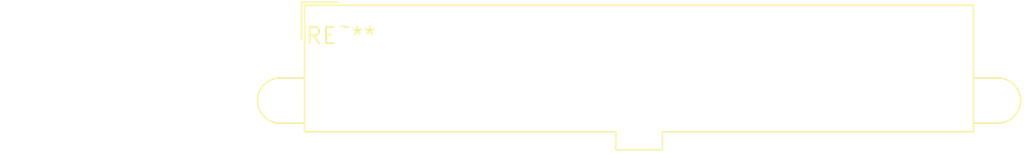
<source format=kicad_pcb>
(kicad_pcb (version 20240108) (generator pcbnew)
  (layers (0 "F.Cu" signal) (31 "B.Cu" signal) (34 "B.Paste" user) (35 "F.Paste" user) (36 "B.SilkS" user "B.Silkscreen") (37 "F.SilkS" user "F.Silkscreen") (38 "B.Mask" user) (39 "F.Mask" user) (44 "Edge.Cuts" user))
  (net 0 "")
  (footprint "Molex_Mini-Fit_Jr_5566-24A2_2x12_P4.20mm_Vertical" (layer "F.Cu") (at 0 0)
    (property "Reference" "REF**")
    (property "Value" "Molex_Mini-Fit_Jr_5566-24A2_2x12_P4.20mm_Vertical")
    (fp_line (start -4.7 3.28) (end -2.81 3.28) (layer "F.SilkS") (stroke (width 0.12)))
    (fp_line (start -4.7 6.8) (end -2.81 6.8) (layer "F.SilkS") (stroke (width 0.12)))
    (fp_line (start -3.05 -2.6) (end -3.05 0.25) (layer "F.SilkS") (stroke (width 0.12)))
    (fp_line (start -2.81 -2.36) (end -2.81 7.46) (layer "F.SilkS") (stroke (width 0.12)))
    (fp_line (start -2.81 7.46) (end 21.29 7.46) (layer "F.SilkS") (stroke (width 0.12)))
    (fp_line (start -0.2 -2.6) (end -3.05 -2.6) (layer "F.SilkS") (stroke (width 0.12)))
    (fp_line (start 21.29 7.46) (end 21.29 8.86) (layer "F.SilkS") (stroke (width 0.12)))
    (fp_line (start 21.29 8.86) (end 23.1 8.86) (layer "F.SilkS") (stroke (width 0.12)))
    (fp_line (start 23.1 -2.36) (end -2.81 -2.36) (layer "F.SilkS") (stroke (width 0.12)))
    (fp_line (start 23.1 -2.36) (end 49.01 -2.36) (layer "F.SilkS") (stroke (width 0.12)))
    (fp_line (start 24.91 7.46) (end 24.91 8.86) (layer "F.SilkS") (stroke (width 0.12)))
    (fp_line (start 24.91 8.86) (end 23.1 8.86) (layer "F.SilkS") (stroke (width 0.12)))
    (fp_line (start 49.01 -2.36) (end 49.01 7.46) (layer "F.SilkS") (stroke (width 0.12)))
    (fp_line (start 49.01 7.46) (end 24.91 7.46) (layer "F.SilkS") (stroke (width 0.12)))
    (fp_line (start 50.9 3.28) (end 49.01 3.28) (layer "F.SilkS") (stroke (width 0.12)))
    (fp_line (start 50.9 6.8) (end 49.01 6.8) (layer "F.SilkS") (stroke (width 0.12)))
    (fp_arc (start -4.7 6.8) (mid -6.46 5.04) (end -4.7 3.28) (layer "F.SilkS") (stroke (width 0.12)))
    (fp_arc (start 50.9 3.28) (mid 52.66 5.04) (end 50.9 6.8) (layer "F.SilkS") (stroke (width 0.12)))
    (pad "" np_thru_hole circle (at -4.7 5.04) (size 3 3) (drill 3) (layers *.Cu *.Mask))
    (pad "" np_thru_hole circle (at 50.9 5.04) (size 3 3) (drill 3) (layers *.Cu *.Mask))
    (pad "1" thru_hole roundrect (at 0 0) (size 2.7 3.3) (drill 1.4) (layers *.Cu *.Mask) (remove_unused_layers) (roundrect_rratio 0.092593))
    (pad "2" thru_hole oval (at 4.2 0) (size 2.7 3.3) (drill 1.4) (layers *.Cu *.Mask) (remove_unused_layers))
    (pad "3" thru_hole oval (at 8.4 0) (size 2.7 3.3) (drill 1.4) (layers *.Cu *.Mask) (remove_unused_layers))
    (pad "4" thru_hole oval (at 12.6 0) (size 2.7 3.3) (drill 1.4) (layers *.Cu *.Mask) (remove_unused_layers))
    (pad "5" thru_hole oval (at 16.8 0) (size 2.7 3.3) (drill 1.4) (layers *.Cu *.Mask) (remove_unused_layers))
    (pad "6" thru_hole oval (at 21 0) (size 2.7 3.3) (drill 1.4) (layers *.Cu *.Mask) (remove_unused_layers))
    (pad "7" thru_hole oval (at 25.2 0) (size 2.7 3.3) (drill 1.4) (layers *.Cu *.Mask) (remove_unused_layers))
    (pad "8" thru_hole oval (at 29.4 0) (size 2.7 3.3) (drill 1.4) (layers *.Cu *.Mask) (remove_unused_layers))
    (pad "9" thru_hole oval (at 33.6 0) (size 2.7 3.3) (drill 1.4) (layers *.Cu *.Mask) (remove_unused_layers))
    (pad "10" thru_hole oval (at 37.8 0) (size 2.7 3.3) (drill 1.4) (layers *.Cu *.Mask) (remove_unused_layers))
    (pad "11" thru_hole oval (at 42 0) (size 2.7 3.3) (drill 1.4) (layers *.Cu *.Mask) (remove_unused_layers))
    (pad "12" thru_hole oval (at 46.2 0) (size 2.7 3.3) (drill 1.4) (layers *.Cu *.Mask) (remove_unused_layers))
    (pad "13" thru_hole oval (at 0 5.5) (size 2.7 3.3) (drill 1.4) (layers *.Cu *.Mask) (remove_unused_layers))
    (pad "14" thru_hole oval (at 4.2 5.5) (size 2.7 3.3) (drill 1.4) (layers *.Cu *.Mask) (remove_unused_layers))
    (pad "15" thru_hole oval (at 8.4 5.5) (size 2.7 3.3) (drill 1.4) (layers *.Cu *.Mask) (remove_unused_layers))
    (pad "16" thru_hole oval (at 12.6 5.5) (size 2.7 3.3) (drill 1.4) (layers *.Cu *.Mask) (remove_unused_layers))
    (pad "17" thru_hole oval (at 16.8 5.5) (size 2.7 3.3) (drill 1.4) (layers *.Cu *.Mask) (remove_unused_layers))
    (pad "18" thru_hole oval (at 21 5.5) (size 2.7 3.3) (drill 1.4) (layers *.Cu *.Mask) (remove_unused_layers))
    (pad "19" thru_hole oval (at 25.2 5.5) (size 2.7 3.3) (drill 1.4) (layers *.Cu *.Mask) (remove_unused_layers))
    (pad "20" thru_hole oval (at 29.4 5.5) (size 2.7 3.3) (drill 1.4) (layers *.Cu *.Mask) (remove_unused_layers))
    (pad "21" thru_hole oval (at 33.6 5.5) (size 2.7 3.3) (drill 1.4) (layers *.Cu *.Mask) (remove_unused_layers))
    (pad "22" thru_hole oval (at 37.8 5.5) (size 2.7 3.3) (drill 1.4) (layers *.Cu *.Mask) (remove_unused_layers))
    (pad "23" thru_hole oval (at 42 5.5) (size 2.7 3.3) (drill 1.4) (layers *.Cu *.Mask) (remove_unused_layers))
    (pad "24" thru_hole oval (at 46.2 5.5) (size 2.7 3.3) (drill 1.4) (layers *.Cu *.Mask) (remove_unused_layers))
  )
)
</source>
